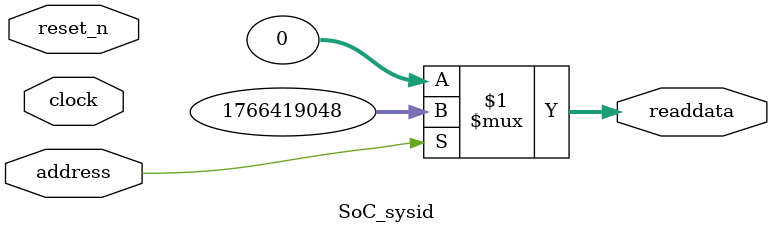
<source format=v>

`timescale 1ns / 1ps
// synthesis translate_on

// turn off superfluous verilog processor warnings 
// altera message_level Level1 
// altera message_off 10034 10035 10036 10037 10230 10240 10030 

module SoC_sysid (
               // inputs:
                address,
                clock,
                reset_n,

               // outputs:
                readdata
             )
;

  output  [ 31: 0] readdata;
  input            address;
  input            clock;
  input            reset_n;

  wire    [ 31: 0] readdata;
  //control_slave, which is an e_avalon_slave
  assign readdata = address ? 1766419048 : 0;

endmodule




</source>
